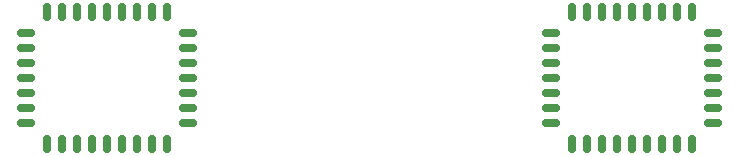
<source format=gbr>
%TF.GenerationSoftware,KiCad,Pcbnew,9.0.0*%
%TF.CreationDate,2025-05-09T14:52:42+01:00*%
%TF.ProjectId,v0b,7630622e-6b69-4636-9164-5f7063625858,rev?*%
%TF.SameCoordinates,Original*%
%TF.FileFunction,Paste,Top*%
%TF.FilePolarity,Positive*%
%FSLAX46Y46*%
G04 Gerber Fmt 4.6, Leading zero omitted, Abs format (unit mm)*
G04 Created by KiCad (PCBNEW 9.0.0) date 2025-05-09 14:52:42*
%MOMM*%
%LPD*%
G01*
G04 APERTURE LIST*
G04 Aperture macros list*
%AMRoundRect*
0 Rectangle with rounded corners*
0 $1 Rounding radius*
0 $2 $3 $4 $5 $6 $7 $8 $9 X,Y pos of 4 corners*
0 Add a 4 corners polygon primitive as box body*
4,1,4,$2,$3,$4,$5,$6,$7,$8,$9,$2,$3,0*
0 Add four circle primitives for the rounded corners*
1,1,$1+$1,$2,$3*
1,1,$1+$1,$4,$5*
1,1,$1+$1,$6,$7*
1,1,$1+$1,$8,$9*
0 Add four rect primitives between the rounded corners*
20,1,$1+$1,$2,$3,$4,$5,0*
20,1,$1+$1,$4,$5,$6,$7,0*
20,1,$1+$1,$6,$7,$8,$9,0*
20,1,$1+$1,$8,$9,$2,$3,0*%
G04 Aperture macros list end*
%ADD10RoundRect,0.150000X0.587500X-0.150000X0.587500X0.150000X-0.587500X0.150000X-0.587500X-0.150000X0*%
%ADD11RoundRect,0.150000X0.150000X-0.587500X0.150000X0.587500X-0.150000X0.587500X-0.150000X-0.587500X0*%
G04 APERTURE END LIST*
D10*
%TO.C,U6*%
X91587500Y-68580000D03*
X91587500Y-69850000D03*
X91587500Y-71120000D03*
X91587500Y-72390000D03*
D11*
X93345000Y-74142500D03*
X94615000Y-74142500D03*
X95885000Y-74142500D03*
X97155000Y-74142500D03*
X98425000Y-74142500D03*
X99695000Y-74142500D03*
X100965000Y-74142500D03*
X102235000Y-74142500D03*
X103505000Y-74142500D03*
D10*
X105262500Y-72390000D03*
X105262500Y-71120000D03*
X105262500Y-69850000D03*
X105262500Y-68580000D03*
X105262500Y-67310000D03*
X105262500Y-66040000D03*
X105262500Y-64770000D03*
D11*
X103505000Y-63017500D03*
X102235000Y-63017500D03*
X100965000Y-63017500D03*
X99695000Y-63017500D03*
X98425000Y-63017500D03*
X97155000Y-63017500D03*
X95885000Y-63017500D03*
X94615000Y-63017500D03*
X93345000Y-63017500D03*
D10*
X91587500Y-64770000D03*
X91587500Y-66040000D03*
X91587500Y-67310000D03*
%TD*%
%TO.C,U3*%
X47137500Y-68580000D03*
X47137500Y-69850000D03*
X47137500Y-71120000D03*
X47137500Y-72390000D03*
D11*
X48895000Y-74142500D03*
X50165000Y-74142500D03*
X51435000Y-74142500D03*
X52705000Y-74142500D03*
X53975000Y-74142500D03*
X55245000Y-74142500D03*
X56515000Y-74142500D03*
X57785000Y-74142500D03*
X59055000Y-74142500D03*
D10*
X60812500Y-72390000D03*
X60812500Y-71120000D03*
X60812500Y-69850000D03*
X60812500Y-68580000D03*
X60812500Y-67310000D03*
X60812500Y-66040000D03*
X60812500Y-64770000D03*
D11*
X59055000Y-63017500D03*
X57785000Y-63017500D03*
X56515000Y-63017500D03*
X55245000Y-63017500D03*
X53975000Y-63017500D03*
X52705000Y-63017500D03*
X51435000Y-63017500D03*
X50165000Y-63017500D03*
X48895000Y-63017500D03*
D10*
X47137500Y-64770000D03*
X47137500Y-66040000D03*
X47137500Y-67310000D03*
%TD*%
M02*

</source>
